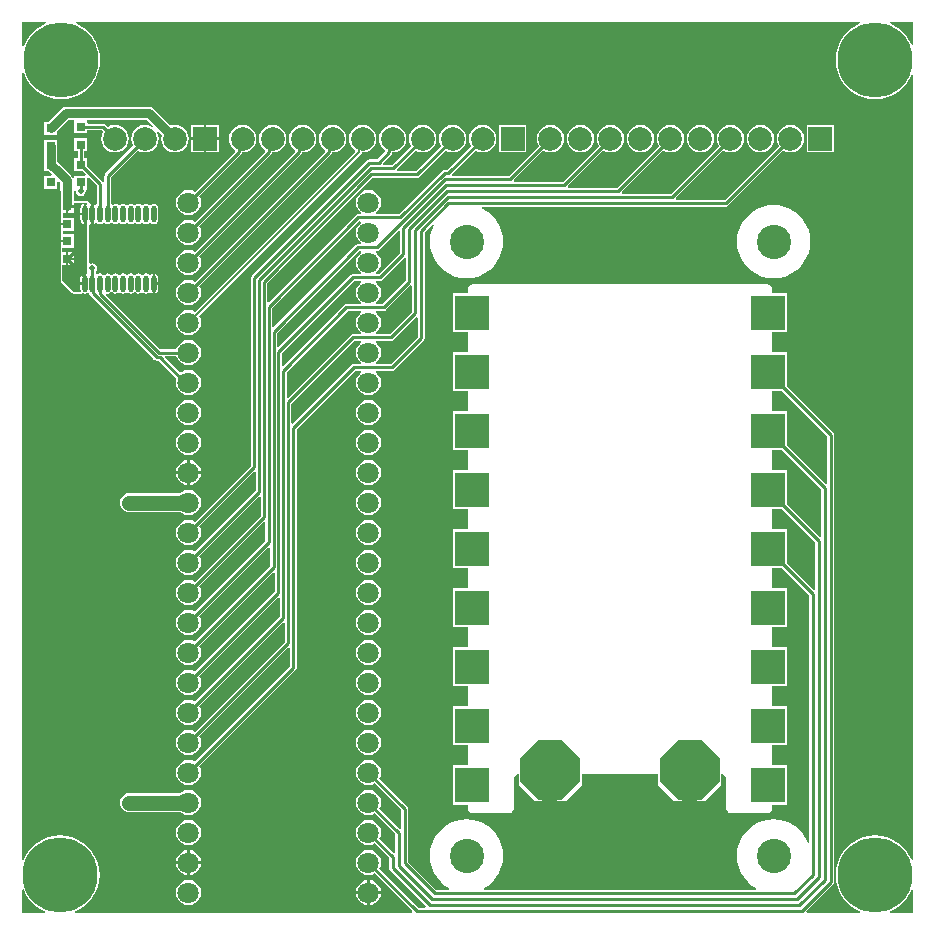
<source format=gtl>
G04*
G04 #@! TF.GenerationSoftware,Altium Limited,Altium Designer,20.1.11 (218)*
G04*
G04 Layer_Physical_Order=1*
G04 Layer_Color=7334*
%FSAX24Y24*%
%MOIN*%
G70*
G04*
G04 #@! TF.SameCoordinates,8D6CE9FB-AABF-4BDC-A6A6-A5C6F517AC22*
G04*
G04*
G04 #@! TF.FilePolarity,Positive*
G04*
G01*
G75*
%ADD10C,0.0100*%
%ADD16C,0.0472*%
%ADD17R,0.0315X0.0315*%
%ADD18O,0.0177X0.0551*%
%ADD30C,0.0500*%
%ADD31C,0.0080*%
%ADD32C,0.0300*%
%ADD33R,0.0787X0.0787*%
%ADD34C,0.0787*%
%ADD35C,0.0709*%
%ADD36R,0.1181X0.1181*%
%ADD37C,0.1142*%
%ADD38P,0.2131X8X292.5*%
%ADD39C,0.2500*%
%ADD40C,0.0500*%
%ADD41C,0.0200*%
G36*
X042297Y042297D02*
Y041534D01*
X042247Y041524D01*
X042204Y041629D01*
X042096Y041805D01*
X041962Y041962D01*
X041805Y042096D01*
X041629Y042203D01*
X041524Y042247D01*
X041534Y042297D01*
X042297D01*
D02*
G37*
G36*
X013385Y042297D02*
X013395Y042247D01*
X013290Y042204D01*
X013114Y042096D01*
X012957Y041962D01*
X012824Y041805D01*
X012716Y041629D01*
X012653Y041477D01*
X012603Y041487D01*
Y042297D01*
X013385D01*
D02*
G37*
G36*
X040531Y042297D02*
X040541Y042247D01*
X040436Y042203D01*
X040260Y042096D01*
X040104Y041962D01*
X039970Y041805D01*
X039862Y041629D01*
X039783Y041439D01*
X039735Y041238D01*
X039719Y041033D01*
X039735Y040827D01*
X039783Y040627D01*
X039862Y040436D01*
X039970Y040260D01*
X040104Y040103D01*
X040260Y039970D01*
X040436Y039862D01*
X040627Y039783D01*
X040827Y039735D01*
X041033Y039719D01*
X041238Y039735D01*
X041439Y039783D01*
X041629Y039862D01*
X041805Y039970D01*
X041962Y040103D01*
X042096Y040260D01*
X042204Y040436D01*
X042247Y040541D01*
X042297Y040531D01*
X042297Y014369D01*
X042247Y014359D01*
X042203Y014464D01*
X042096Y014640D01*
X041962Y014797D01*
X041805Y014930D01*
X041629Y015038D01*
X041439Y015117D01*
X041238Y015165D01*
X041033Y015181D01*
X040827Y015165D01*
X040627Y015117D01*
X040436Y015038D01*
X040260Y014930D01*
X040103Y014797D01*
X039970Y014640D01*
X039862Y014464D01*
X039783Y014273D01*
X039735Y014073D01*
X039719Y013867D01*
X039735Y013662D01*
X039783Y013461D01*
X039862Y013271D01*
X039970Y013095D01*
X040103Y012938D01*
X040260Y012804D01*
X040436Y012697D01*
X040541Y012653D01*
X040531Y012603D01*
X038758D01*
X038739Y012649D01*
X039629Y013539D01*
X039629Y013539D01*
X039654Y013576D01*
X039662Y013619D01*
X039662Y013619D01*
Y028537D01*
X039662Y028537D01*
X039654Y028580D01*
X039629Y028616D01*
X038101Y030145D01*
Y031287D01*
X037603D01*
Y031955D01*
X038101D01*
Y033256D01*
X037603D01*
Y033393D01*
X037592Y033451D01*
X037559Y033501D01*
X037509Y033534D01*
X037450Y033545D01*
X027608D01*
X027549Y033534D01*
X027500Y033501D01*
X027467Y033451D01*
X027455Y033393D01*
Y033256D01*
X026957D01*
Y031955D01*
X027455D01*
Y031287D01*
X026957D01*
Y029986D01*
X027455D01*
Y029319D01*
X026957D01*
Y028018D01*
X027455D01*
Y027350D01*
X026957D01*
Y026049D01*
X027455D01*
Y025382D01*
X026957D01*
Y024081D01*
X027455D01*
Y023413D01*
X026957D01*
Y022112D01*
X027455D01*
Y021445D01*
X026957D01*
Y020144D01*
X027455D01*
Y019476D01*
X026957D01*
Y018175D01*
X027455D01*
Y017508D01*
X026957D01*
Y016207D01*
X027455D01*
Y016070D01*
X027467Y016011D01*
X027500Y015962D01*
X027549Y015928D01*
X027608Y015917D01*
X028828D01*
X028887Y015928D01*
X028936Y015962D01*
X028970Y016011D01*
X028981Y016070D01*
Y017088D01*
X029109Y017216D01*
X029162D01*
Y016847D01*
X029684Y016325D01*
X030728D01*
X031251Y016847D01*
Y017216D01*
X033808D01*
Y016847D01*
X034330Y016325D01*
X035374D01*
X035896Y016847D01*
Y017216D01*
X035970D01*
X036077Y017109D01*
Y016070D01*
X036089Y016011D01*
X036122Y015962D01*
X036171Y015928D01*
X036230Y015917D01*
X037450D01*
X037509Y015928D01*
X037559Y015962D01*
X037592Y016011D01*
X037603Y016070D01*
Y016207D01*
X038101D01*
Y017508D01*
X037603D01*
Y018175D01*
X038101D01*
Y019476D01*
X037603D01*
Y020144D01*
X038101D01*
Y021445D01*
X037603D01*
Y022112D01*
X038101D01*
Y023413D01*
X037603D01*
Y024081D01*
X037942D01*
X038838Y023185D01*
Y014946D01*
X038788Y014936D01*
X038740Y015052D01*
X038639Y015216D01*
X038514Y015362D01*
X038368Y015487D01*
X038204Y015588D01*
X038026Y015661D01*
X037839Y015706D01*
X037647Y015721D01*
X037455Y015706D01*
X037268Y015661D01*
X037090Y015588D01*
X036926Y015487D01*
X036780Y015362D01*
X036655Y015216D01*
X036555Y015052D01*
X036481Y014874D01*
X036436Y014687D01*
X036421Y014495D01*
X036436Y014303D01*
X036481Y014116D01*
X036555Y013938D01*
X036655Y013774D01*
X036780Y013628D01*
X036926Y013503D01*
X037074Y013412D01*
X037060Y013362D01*
X027998D01*
X027984Y013412D01*
X028132Y013503D01*
X028278Y013628D01*
X028403Y013774D01*
X028504Y013938D01*
X028577Y014116D01*
X028622Y014303D01*
X028637Y014495D01*
X028622Y014687D01*
X028577Y014874D01*
X028504Y015052D01*
X028403Y015216D01*
X028278Y015362D01*
X028132Y015487D01*
X027968Y015588D01*
X027790Y015661D01*
X027603Y015706D01*
X027411Y015721D01*
X027219Y015706D01*
X027032Y015661D01*
X026854Y015588D01*
X026690Y015487D01*
X026544Y015362D01*
X026419Y015216D01*
X026318Y015052D01*
X026245Y014874D01*
X026200Y014687D01*
X026185Y014495D01*
X026200Y014303D01*
X026245Y014116D01*
X026318Y013938D01*
X026419Y013774D01*
X026544Y013628D01*
X026690Y013503D01*
X026838Y013412D01*
X026824Y013362D01*
X026396D01*
X025456Y014302D01*
Y016072D01*
X025456Y016072D01*
X025448Y016115D01*
X025423Y016151D01*
X025423Y016151D01*
X024506Y017068D01*
X024547Y017165D01*
X024561Y017273D01*
X024547Y017381D01*
X024505Y017482D01*
X024438Y017568D01*
X024352Y017635D01*
X024251Y017677D01*
X024143Y017691D01*
X024035Y017677D01*
X023934Y017635D01*
X023847Y017568D01*
X023781Y017482D01*
X023739Y017381D01*
X023725Y017273D01*
X023739Y017165D01*
X023781Y017064D01*
X023847Y016977D01*
X023934Y016911D01*
X024035Y016869D01*
X024143Y016855D01*
X024251Y016869D01*
X024348Y016909D01*
X025232Y016025D01*
Y015413D01*
X025182Y015392D01*
X024506Y016068D01*
X024547Y016165D01*
X024561Y016273D01*
X024547Y016381D01*
X024505Y016482D01*
X024438Y016568D01*
X024352Y016635D01*
X024251Y016676D01*
X024143Y016691D01*
X024035Y016676D01*
X023934Y016635D01*
X023847Y016568D01*
X023781Y016482D01*
X023739Y016381D01*
X023725Y016273D01*
X023739Y016165D01*
X023781Y016064D01*
X023847Y015977D01*
X023934Y015911D01*
X024035Y015869D01*
X024143Y015855D01*
X024251Y015869D01*
X024348Y015909D01*
X025032Y015225D01*
Y014613D01*
X024982Y014592D01*
X024506Y015068D01*
X024547Y015165D01*
X024561Y015273D01*
X024547Y015381D01*
X024505Y015482D01*
X024438Y015568D01*
X024352Y015635D01*
X024251Y015676D01*
X024143Y015691D01*
X024035Y015676D01*
X023934Y015635D01*
X023847Y015568D01*
X023781Y015482D01*
X023739Y015381D01*
X023725Y015273D01*
X023739Y015165D01*
X023781Y015064D01*
X023847Y014977D01*
X023934Y014911D01*
X024035Y014869D01*
X024143Y014855D01*
X024251Y014869D01*
X024348Y014909D01*
X024832Y014425D01*
Y014090D01*
X024832Y014090D01*
X024840Y014047D01*
X024865Y014011D01*
X026064Y012812D01*
X026043Y012762D01*
X025812D01*
X024506Y014068D01*
X024547Y014165D01*
X024561Y014273D01*
X024547Y014381D01*
X024505Y014482D01*
X024438Y014568D01*
X024352Y014635D01*
X024251Y014677D01*
X024143Y014691D01*
X024035Y014677D01*
X023934Y014635D01*
X023847Y014568D01*
X023781Y014482D01*
X023739Y014381D01*
X023725Y014273D01*
X023739Y014165D01*
X023781Y014064D01*
X023847Y013977D01*
X023934Y013911D01*
X024035Y013869D01*
X024143Y013855D01*
X024251Y013869D01*
X024348Y013909D01*
X025608Y012649D01*
X025589Y012603D01*
X014369Y012603D01*
X014359Y012653D01*
X014464Y012697D01*
X014640Y012804D01*
X014797Y012938D01*
X014930Y013095D01*
X015038Y013271D01*
X015117Y013461D01*
X015165Y013662D01*
X015181Y013867D01*
X015165Y014073D01*
X015117Y014273D01*
X015038Y014464D01*
X014930Y014640D01*
X014797Y014797D01*
X014640Y014930D01*
X014464Y015038D01*
X014273Y015117D01*
X014073Y015165D01*
X013867Y015181D01*
X013662Y015165D01*
X013461Y015117D01*
X013271Y015038D01*
X013095Y014930D01*
X012938Y014797D01*
X012804Y014640D01*
X012697Y014464D01*
X012653Y014359D01*
X012603Y014369D01*
X012603Y040578D01*
X012653Y040588D01*
X012716Y040436D01*
X012824Y040260D01*
X012957Y040104D01*
X013114Y039970D01*
X013290Y039862D01*
X013481Y039783D01*
X013681Y039735D01*
X013887Y039719D01*
X014092Y039735D01*
X014293Y039783D01*
X014483Y039862D01*
X014659Y039970D01*
X014816Y040104D01*
X014950Y040260D01*
X015057Y040436D01*
X015136Y040627D01*
X015184Y040827D01*
X015201Y041033D01*
X015184Y041238D01*
X015136Y041439D01*
X015057Y041629D01*
X014950Y041805D01*
X014816Y041962D01*
X014659Y042096D01*
X014483Y042204D01*
X014378Y042247D01*
X014388Y042297D01*
X040531Y042297D01*
D02*
G37*
G36*
X039438Y028491D02*
Y026910D01*
X039388Y026889D01*
X038101Y028176D01*
Y029319D01*
X037603D01*
Y029986D01*
X037942D01*
X039438Y028491D01*
D02*
G37*
G36*
X039238Y026722D02*
Y025141D01*
X039188Y025121D01*
X038101Y026208D01*
Y027350D01*
X037603D01*
Y028018D01*
X037942D01*
X039238Y026722D01*
D02*
G37*
G36*
X039038Y024954D02*
Y023373D01*
X038988Y023352D01*
X038101Y024239D01*
Y025382D01*
X037603D01*
Y026049D01*
X037942D01*
X039038Y024954D01*
D02*
G37*
G36*
X012697Y013271D02*
X012804Y013095D01*
X012938Y012938D01*
X013095Y012804D01*
X013271Y012697D01*
X013376Y012653D01*
X013366Y012603D01*
X012603D01*
Y013366D01*
X012653Y013376D01*
X012697Y013271D01*
D02*
G37*
G36*
X042297Y013366D02*
Y012603D01*
X041534D01*
X041524Y012653D01*
X041629Y012697D01*
X041805Y012804D01*
X041962Y012938D01*
X042096Y013095D01*
X042203Y013271D01*
X042247Y013376D01*
X042297Y013366D01*
D02*
G37*
%LPC*%
G36*
X016841Y039464D02*
X014059D01*
X013978Y039448D01*
X013908Y039401D01*
X013465Y038958D01*
X013333D01*
Y038523D01*
X013767D01*
Y038655D01*
X014148Y039036D01*
X014300D01*
X014340Y039012D01*
X014340Y038986D01*
Y038577D01*
X014775D01*
Y038683D01*
X015250D01*
X015298Y038635D01*
X015294Y038630D01*
X015248Y038519D01*
X015233Y038401D01*
X015248Y038283D01*
X015294Y038172D01*
X015367Y038077D01*
X015461Y038005D01*
X015572Y037959D01*
X015690Y037943D01*
X015809Y037959D01*
X015919Y038005D01*
X016014Y038077D01*
X016086Y038172D01*
X016132Y038283D01*
X016148Y038401D01*
X016132Y038519D01*
X016086Y038630D01*
X016014Y038725D01*
X015919Y038797D01*
X015809Y038843D01*
X015690Y038859D01*
X015572Y038843D01*
X015461Y038797D01*
X015456Y038793D01*
X015376Y038874D01*
X015339Y038898D01*
X015296Y038907D01*
X015296Y038907D01*
X014810D01*
X014775Y038942D01*
X014775Y039012D01*
X014815Y039036D01*
X016752D01*
X016958Y038830D01*
X016925Y038793D01*
X016919Y038797D01*
X016809Y038843D01*
X016690Y038859D01*
X016572Y038843D01*
X016461Y038797D01*
X016367Y038725D01*
X016294Y038630D01*
X016248Y038519D01*
X016233Y038401D01*
X016248Y038283D01*
X016294Y038172D01*
X016298Y038167D01*
X015373Y037242D01*
X015348Y037206D01*
X015340Y037163D01*
X015340Y037163D01*
Y036969D01*
X015290Y036954D01*
X015275Y036976D01*
X015275Y036976D01*
X014775Y037476D01*
Y037752D01*
X014670D01*
Y037987D01*
X014775D01*
Y038422D01*
X014340D01*
Y037987D01*
X014445D01*
Y037752D01*
X014340D01*
Y037317D01*
X014616D01*
X014726Y037208D01*
X014707Y037162D01*
X014340D01*
Y037093D01*
X014290Y037089D01*
X014288Y037098D01*
X014242Y037167D01*
X013946Y037463D01*
X013927Y037476D01*
X013767Y037635D01*
Y037752D01*
X013764D01*
Y037933D01*
X013767D01*
Y038367D01*
X013333D01*
Y037933D01*
X013336D01*
Y037752D01*
X013333D01*
Y037317D01*
X013480D01*
X013589Y037208D01*
X013570Y037162D01*
X013333D01*
Y036727D01*
X013767D01*
Y036971D01*
X013814Y036990D01*
X013876Y036927D01*
Y036700D01*
X013886Y036652D01*
Y036358D01*
X013883D01*
Y035931D01*
X013879Y035923D01*
X013879Y035768D01*
X013879Y035768D01*
X013879Y035767D01*
X013883Y035759D01*
Y035590D01*
X014100D01*
Y035510D01*
X013883D01*
Y035342D01*
X013879Y035333D01*
X013879Y035208D01*
X013879Y035208D01*
X013879Y035208D01*
X013883Y035199D01*
Y035031D01*
X014100D01*
Y034951D01*
X013883D01*
Y034783D01*
X013878Y034773D01*
X013878Y034618D01*
X013878Y034618D01*
X013878Y034617D01*
X013883Y034607D01*
Y034194D01*
X013878Y034183D01*
X013878Y033671D01*
X013878Y033671D01*
X013878Y033671D01*
X013887Y033648D01*
X013897Y033625D01*
X013897Y033625D01*
X013897Y033625D01*
X014271Y033251D01*
X014317Y033232D01*
X014565Y033232D01*
X014582Y033239D01*
X014601Y033243D01*
X014604Y033248D01*
X014611Y033251D01*
X014616Y033252D01*
X014626Y033245D01*
X014684Y033234D01*
X014742Y033245D01*
X014779Y033269D01*
X014790Y033271D01*
X014816Y033264D01*
X014834Y033252D01*
X014843Y033211D01*
X014867Y033174D01*
X017008Y031034D01*
X017044Y031009D01*
X017087Y031001D01*
X017087Y031001D01*
X017141D01*
X017746Y030396D01*
X017739Y030381D01*
X017725Y030273D01*
X017739Y030165D01*
X017781Y030064D01*
X017847Y029977D01*
X017934Y029911D01*
X018035Y029869D01*
X018143Y029855D01*
X018251Y029869D01*
X018352Y029911D01*
X018438Y029977D01*
X018505Y030064D01*
X018547Y030165D01*
X018561Y030273D01*
X018547Y030381D01*
X018505Y030482D01*
X018438Y030568D01*
X018352Y030635D01*
X018251Y030677D01*
X018143Y030691D01*
X018035Y030677D01*
X017934Y030635D01*
X017872Y030587D01*
X017344Y031114D01*
X017364Y031161D01*
X017741D01*
X017781Y031064D01*
X017847Y030977D01*
X017934Y030911D01*
X018035Y030869D01*
X018143Y030855D01*
X018251Y030869D01*
X018352Y030911D01*
X018438Y030977D01*
X018505Y031064D01*
X018547Y031165D01*
X018561Y031273D01*
X018547Y031381D01*
X018505Y031482D01*
X018438Y031568D01*
X018352Y031635D01*
X018251Y031677D01*
X018143Y031691D01*
X018035Y031677D01*
X017934Y031635D01*
X017847Y031568D01*
X017781Y031482D01*
X017741Y031385D01*
X017200D01*
X015390Y033195D01*
X015415Y033241D01*
X015452Y033234D01*
X015510Y033245D01*
X015559Y033278D01*
X015601D01*
X015650Y033245D01*
X015708Y033234D01*
X015766Y033245D01*
X015802Y033269D01*
X015836Y033275D01*
X015869Y033269D01*
X015906Y033245D01*
X015964Y033234D01*
X016022Y033245D01*
X016058Y033269D01*
X016092Y033275D01*
X016125Y033269D01*
X016162Y033245D01*
X016220Y033234D01*
X016278Y033245D01*
X016327Y033278D01*
X016368D01*
X016418Y033245D01*
X016476Y033234D01*
X016534Y033245D01*
X016570Y033269D01*
X016604Y033275D01*
X016637Y033269D01*
X016674Y033245D01*
X016731Y033234D01*
X016789Y033245D01*
X016826Y033269D01*
X016859Y033275D01*
X016893Y033269D01*
X016929Y033245D01*
X016947Y033242D01*
Y033572D01*
X016987D01*
D01*
X016947D01*
Y033903D01*
X016929Y033899D01*
X016893Y033875D01*
X016859Y033869D01*
X016826Y033875D01*
X016789Y033899D01*
X016731Y033911D01*
X016674Y033899D01*
X016624Y033866D01*
X016583D01*
X016534Y033899D01*
X016476Y033911D01*
X016418Y033899D01*
X016368Y033866D01*
X016327D01*
X016278Y033899D01*
X016220Y033911D01*
X016162Y033899D01*
X016125Y033875D01*
X016092Y033869D01*
X016058Y033875D01*
X016022Y033899D01*
X015964Y033911D01*
X015906Y033899D01*
X015857Y033866D01*
X015815D01*
X015766Y033899D01*
X015708Y033911D01*
X015650Y033899D01*
X015601Y033866D01*
X015559D01*
X015510Y033899D01*
X015452Y033911D01*
X015394Y033899D01*
X015345Y033866D01*
X015303D01*
X015254Y033899D01*
X015196Y033911D01*
X015138Y033899D01*
X015101Y033874D01*
X015061Y033888D01*
X015051Y033896D01*
Y033960D01*
X015054Y033962D01*
X015089Y034015D01*
X015102Y034078D01*
X015089Y034140D01*
X015054Y034193D01*
X015001Y034228D01*
X014938Y034241D01*
X014884Y034230D01*
X014834Y034252D01*
X014834Y035540D01*
X014882Y035568D01*
X014884Y035568D01*
X014900Y035564D01*
Y035895D01*
Y036225D01*
X014884Y036222D01*
X014882Y036222D01*
X014834Y036249D01*
Y036250D01*
X014814Y036296D01*
X014769Y036315D01*
X014317Y036315D01*
Y036358D01*
X014314D01*
Y036646D01*
X014358Y036686D01*
X014393Y036650D01*
X014405Y036588D01*
X014440Y036535D01*
X014493Y036499D01*
X014556Y036487D01*
X014618Y036499D01*
X014671Y036535D01*
X014707Y036588D01*
X014719Y036650D01*
X014714Y036677D01*
X014752Y036727D01*
X014775D01*
Y037093D01*
X014821Y037113D01*
X015084Y036850D01*
Y036220D01*
X015078Y036215D01*
X015034Y036198D01*
X014998Y036222D01*
X014980Y036225D01*
Y035895D01*
Y035564D01*
X014998Y035568D01*
X015047Y035601D01*
X015089D01*
X015138Y035568D01*
X015196Y035556D01*
X015254Y035568D01*
X015303Y035601D01*
X015345D01*
X015394Y035568D01*
X015452Y035556D01*
X015510Y035568D01*
X015559Y035601D01*
X015601D01*
X015650Y035568D01*
X015708Y035556D01*
X015766Y035568D01*
X015815Y035601D01*
X015857D01*
X015906Y035568D01*
X015964Y035556D01*
X016022Y035568D01*
X016071Y035601D01*
X016113D01*
X016162Y035568D01*
X016220Y035556D01*
X016278Y035568D01*
X016327Y035601D01*
X016368D01*
X016418Y035568D01*
X016476Y035556D01*
X016534Y035568D01*
X016583Y035601D01*
X016624D01*
X016674Y035568D01*
X016731Y035556D01*
X016789Y035568D01*
X016826Y035592D01*
X016859Y035597D01*
X016893Y035592D01*
X016929Y035568D01*
X016987Y035556D01*
X017045Y035568D01*
X017095Y035601D01*
X017127Y035650D01*
X017139Y035708D01*
Y036082D01*
X017127Y036140D01*
X017095Y036189D01*
X017045Y036222D01*
X016987Y036233D01*
X016929Y036222D01*
X016893Y036198D01*
X016859Y036192D01*
X016826Y036198D01*
X016789Y036222D01*
X016731Y036233D01*
X016674Y036222D01*
X016624Y036189D01*
X016583D01*
X016534Y036222D01*
X016476Y036233D01*
X016418Y036222D01*
X016368Y036189D01*
X016327D01*
X016278Y036222D01*
X016220Y036233D01*
X016162Y036222D01*
X016113Y036189D01*
X016071D01*
X016022Y036222D01*
X015964Y036233D01*
X015906Y036222D01*
X015857Y036189D01*
X015815D01*
X015766Y036222D01*
X015708Y036233D01*
X015650Y036222D01*
X015614Y036198D01*
X015570Y036215D01*
X015564Y036220D01*
Y037116D01*
X016456Y038009D01*
X016461Y038005D01*
X016572Y037959D01*
X016690Y037943D01*
X016809Y037959D01*
X016919Y038005D01*
X017014Y038077D01*
X017086Y038172D01*
X017132Y038283D01*
X017148Y038401D01*
X017132Y038519D01*
X017086Y038630D01*
X017082Y038636D01*
X017120Y038669D01*
X017254Y038534D01*
X017248Y038519D01*
X017233Y038401D01*
X017248Y038283D01*
X017294Y038172D01*
X017367Y038077D01*
X017461Y038005D01*
X017572Y037959D01*
X017690Y037943D01*
X017809Y037959D01*
X017919Y038005D01*
X018014Y038077D01*
X018086Y038172D01*
X018132Y038283D01*
X018148Y038401D01*
X018132Y038519D01*
X018086Y038630D01*
X018014Y038725D01*
X017919Y038797D01*
X017809Y038843D01*
X017690Y038859D01*
X017572Y038843D01*
X017557Y038837D01*
X016993Y039401D01*
X016923Y039448D01*
X016841Y039464D01*
D02*
G37*
G36*
X019144Y038855D02*
X018730D01*
Y038441D01*
X019144D01*
Y038855D01*
D02*
G37*
G36*
X018650D02*
X018236D01*
Y038441D01*
X018650D01*
Y038855D01*
D02*
G37*
G36*
X039664Y038855D02*
X038756D01*
Y037947D01*
X039664D01*
Y038855D01*
D02*
G37*
G36*
X029404D02*
X028496D01*
Y037947D01*
X029404D01*
Y038855D01*
D02*
G37*
G36*
X019144Y038361D02*
X018730D01*
Y037947D01*
X019144D01*
Y038361D01*
D02*
G37*
G36*
X018650D02*
X018236D01*
Y037947D01*
X018650D01*
Y038361D01*
D02*
G37*
G36*
X033210Y038859D02*
X033091Y038843D01*
X032981Y038797D01*
X032886Y038725D01*
X032814Y038630D01*
X032768Y038519D01*
X032752Y038401D01*
X032768Y038283D01*
X032814Y038172D01*
X032886Y038077D01*
X032981Y038005D01*
X033091Y037959D01*
X033210Y037943D01*
X033328Y037959D01*
X033439Y038005D01*
X033533Y038077D01*
X033606Y038172D01*
X033652Y038283D01*
X033667Y038401D01*
X033652Y038519D01*
X033606Y038630D01*
X033533Y038725D01*
X033439Y038797D01*
X033328Y038843D01*
X033210Y038859D01*
D02*
G37*
G36*
X022950D02*
X022832Y038843D01*
X022721Y038797D01*
X022626Y038725D01*
X022554Y038630D01*
X022508Y038519D01*
X022492Y038401D01*
X022508Y038283D01*
X022554Y038172D01*
X022626Y038077D01*
X022678Y038038D01*
X022683Y037971D01*
X018348Y033636D01*
X018251Y033677D01*
X018143Y033691D01*
X018035Y033677D01*
X017934Y033635D01*
X017847Y033568D01*
X017781Y033482D01*
X017739Y033381D01*
X017725Y033273D01*
X017739Y033165D01*
X017781Y033064D01*
X017847Y032977D01*
X017934Y032911D01*
X018035Y032869D01*
X018143Y032855D01*
X018251Y032869D01*
X018352Y032911D01*
X018438Y032977D01*
X018505Y033064D01*
X018547Y033165D01*
X018561Y033273D01*
X018547Y033381D01*
X018506Y033478D01*
X022905Y037877D01*
X022905Y037877D01*
X022930Y037913D01*
X022936Y037945D01*
X022950Y037943D01*
X023068Y037959D01*
X023179Y038005D01*
X023274Y038077D01*
X023346Y038172D01*
X023392Y038283D01*
X023408Y038401D01*
X023392Y038519D01*
X023346Y038630D01*
X023274Y038725D01*
X023179Y038797D01*
X023068Y038843D01*
X022950Y038859D01*
D02*
G37*
G36*
X037210Y038859D02*
X037091Y038843D01*
X036981Y038797D01*
X036886Y038725D01*
X036814Y038630D01*
X036768Y038519D01*
X036752Y038401D01*
X036768Y038283D01*
X036814Y038172D01*
X036886Y038077D01*
X036981Y038005D01*
X037091Y037959D01*
X037210Y037943D01*
X037328Y037959D01*
X037439Y038005D01*
X037533Y038077D01*
X037606Y038172D01*
X037652Y038283D01*
X037667Y038401D01*
X037652Y038519D01*
X037606Y038630D01*
X037533Y038725D01*
X037439Y038797D01*
X037328Y038843D01*
X037210Y038859D01*
D02*
G37*
G36*
X035210D02*
X035091Y038843D01*
X034981Y038797D01*
X034886Y038725D01*
X034814Y038630D01*
X034768Y038519D01*
X034752Y038401D01*
X034768Y038283D01*
X034814Y038172D01*
X034886Y038077D01*
X034981Y038005D01*
X035091Y037959D01*
X035210Y037943D01*
X035328Y037959D01*
X035439Y038005D01*
X035533Y038077D01*
X035606Y038172D01*
X035652Y038283D01*
X035667Y038401D01*
X035652Y038519D01*
X035606Y038630D01*
X035533Y038725D01*
X035439Y038797D01*
X035328Y038843D01*
X035210Y038859D01*
D02*
G37*
G36*
X036210Y038859D02*
X036091Y038843D01*
X035981Y038797D01*
X035886Y038725D01*
X035814Y038630D01*
X035768Y038519D01*
X035752Y038401D01*
X035768Y038283D01*
X035814Y038172D01*
X035817Y038167D01*
X034212Y036562D01*
X032600D01*
X032580Y036612D01*
X033976Y038009D01*
X033981Y038005D01*
X034091Y037959D01*
X034210Y037943D01*
X034328Y037959D01*
X034439Y038005D01*
X034533Y038077D01*
X034606Y038172D01*
X034652Y038283D01*
X034667Y038401D01*
X034652Y038519D01*
X034606Y038630D01*
X034533Y038725D01*
X034439Y038797D01*
X034328Y038843D01*
X034210Y038859D01*
X034091Y038843D01*
X033981Y038797D01*
X033886Y038725D01*
X033814Y038630D01*
X033768Y038519D01*
X033752Y038401D01*
X033768Y038283D01*
X033814Y038172D01*
X033817Y038167D01*
X032412Y036762D01*
X030800D01*
X030780Y036812D01*
X031976Y038009D01*
X031981Y038005D01*
X032091Y037959D01*
X032210Y037943D01*
X032328Y037959D01*
X032439Y038005D01*
X032533Y038077D01*
X032606Y038172D01*
X032652Y038283D01*
X032667Y038401D01*
X032652Y038519D01*
X032606Y038630D01*
X032533Y038725D01*
X032439Y038797D01*
X032328Y038843D01*
X032210Y038859D01*
X032091Y038843D01*
X031981Y038797D01*
X031886Y038725D01*
X031814Y038630D01*
X031768Y038519D01*
X031752Y038401D01*
X031768Y038283D01*
X031814Y038172D01*
X031817Y038167D01*
X030612Y036962D01*
X029000D01*
X028980Y037012D01*
X029976Y038009D01*
X029981Y038005D01*
X030091Y037959D01*
X030210Y037943D01*
X030328Y037959D01*
X030439Y038005D01*
X030533Y038077D01*
X030606Y038172D01*
X030652Y038283D01*
X030667Y038401D01*
X030652Y038519D01*
X030606Y038630D01*
X030533Y038725D01*
X030439Y038797D01*
X030328Y038843D01*
X030210Y038859D01*
X030091Y038843D01*
X029981Y038797D01*
X029886Y038725D01*
X029814Y038630D01*
X029768Y038519D01*
X029752Y038401D01*
X029768Y038283D01*
X029814Y038172D01*
X029817Y038167D01*
X028812Y037162D01*
X026940D01*
X026920Y037212D01*
X027716Y038009D01*
X027721Y038005D01*
X027832Y037959D01*
X027950Y037943D01*
X028068Y037959D01*
X028179Y038005D01*
X028274Y038077D01*
X028346Y038172D01*
X028392Y038283D01*
X028408Y038401D01*
X028392Y038519D01*
X028346Y038630D01*
X028274Y038725D01*
X028179Y038797D01*
X028068Y038843D01*
X027950Y038859D01*
X027832Y038843D01*
X027721Y038797D01*
X027626Y038725D01*
X027554Y038630D01*
X027508Y038519D01*
X027492Y038401D01*
X027508Y038283D01*
X027554Y038172D01*
X027558Y038167D01*
X026753Y037362D01*
X026679D01*
X026679Y037362D01*
X026636Y037354D01*
X026600Y037329D01*
X025157Y035887D01*
X024403D01*
X024386Y035937D01*
X024438Y035977D01*
X024505Y036064D01*
X024547Y036165D01*
X024561Y036273D01*
X024547Y036381D01*
X024505Y036482D01*
X024438Y036568D01*
X024352Y036635D01*
X024251Y036677D01*
X024143Y036691D01*
X024035Y036677D01*
X023934Y036635D01*
X023847Y036568D01*
X023781Y036482D01*
X023739Y036381D01*
X023725Y036273D01*
X023739Y036165D01*
X023781Y036064D01*
X023847Y035977D01*
X023900Y035937D01*
X023883Y035887D01*
X023809D01*
X023809Y035887D01*
X023766Y035879D01*
X023729Y035854D01*
X023729Y035854D01*
X020817Y032942D01*
X020771Y032961D01*
Y033585D01*
X024284Y037098D01*
X025759D01*
X025759Y037098D01*
X025802Y037106D01*
X025838Y037131D01*
X026716Y038009D01*
X026721Y038005D01*
X026832Y037959D01*
X026950Y037943D01*
X027068Y037959D01*
X027179Y038005D01*
X027274Y038077D01*
X027346Y038172D01*
X027392Y038283D01*
X027408Y038401D01*
X027392Y038519D01*
X027346Y038630D01*
X027274Y038725D01*
X027179Y038797D01*
X027068Y038843D01*
X026950Y038859D01*
X026832Y038843D01*
X026721Y038797D01*
X026626Y038725D01*
X026554Y038630D01*
X026508Y038519D01*
X026492Y038401D01*
X026508Y038283D01*
X026554Y038172D01*
X026558Y038167D01*
X025713Y037322D01*
X025100D01*
X025080Y037372D01*
X025716Y038009D01*
X025721Y038005D01*
X025832Y037959D01*
X025950Y037943D01*
X026068Y037959D01*
X026179Y038005D01*
X026274Y038077D01*
X026346Y038172D01*
X026392Y038283D01*
X026408Y038401D01*
X026392Y038519D01*
X026346Y038630D01*
X026274Y038725D01*
X026179Y038797D01*
X026068Y038843D01*
X025950Y038859D01*
X025832Y038843D01*
X025721Y038797D01*
X025626Y038725D01*
X025554Y038630D01*
X025508Y038519D01*
X025492Y038401D01*
X025508Y038283D01*
X025554Y038172D01*
X025558Y038167D01*
X024913Y037522D01*
X024631D01*
X024612Y037568D01*
X024905Y037862D01*
X024905Y037862D01*
X024930Y037899D01*
X024938Y037941D01*
X024942Y037944D01*
X024950Y037943D01*
X025068Y037959D01*
X025179Y038005D01*
X025274Y038077D01*
X025346Y038172D01*
X025392Y038283D01*
X025408Y038401D01*
X025392Y038519D01*
X025346Y038630D01*
X025274Y038725D01*
X025179Y038797D01*
X025068Y038843D01*
X024950Y038859D01*
X024832Y038843D01*
X024721Y038797D01*
X024626Y038725D01*
X024554Y038630D01*
X024508Y038519D01*
X024492Y038401D01*
X024508Y038283D01*
X024554Y038172D01*
X024626Y038077D01*
X024691Y038028D01*
X024694Y037968D01*
X024438Y037712D01*
X024175D01*
X024132Y037704D01*
X024095Y037679D01*
X024095Y037679D01*
X020245Y033829D01*
X020221Y033793D01*
X020213Y033750D01*
X020213Y033750D01*
Y027501D01*
X018348Y025636D01*
X018251Y025677D01*
X018143Y025691D01*
X018035Y025677D01*
X017934Y025635D01*
X017847Y025568D01*
X017781Y025482D01*
X017739Y025381D01*
X017725Y025273D01*
X017739Y025165D01*
X017781Y025064D01*
X017847Y024977D01*
X017934Y024911D01*
X018035Y024869D01*
X018143Y024855D01*
X018251Y024869D01*
X018352Y024911D01*
X018438Y024977D01*
X018505Y025064D01*
X018547Y025165D01*
X018561Y025273D01*
X018547Y025381D01*
X018506Y025478D01*
X020340Y027311D01*
X020386Y027292D01*
Y026675D01*
X018348Y024636D01*
X018251Y024677D01*
X018143Y024691D01*
X018035Y024677D01*
X017934Y024635D01*
X017847Y024568D01*
X017781Y024482D01*
X017739Y024381D01*
X017725Y024273D01*
X017739Y024165D01*
X017781Y024064D01*
X017847Y023977D01*
X017934Y023911D01*
X018035Y023869D01*
X018143Y023855D01*
X018251Y023869D01*
X018352Y023911D01*
X018438Y023977D01*
X018505Y024064D01*
X018547Y024165D01*
X018561Y024273D01*
X018547Y024381D01*
X018506Y024478D01*
X020500Y026471D01*
X020546Y026452D01*
Y025835D01*
X018348Y023636D01*
X018251Y023677D01*
X018143Y023691D01*
X018035Y023677D01*
X017934Y023635D01*
X017847Y023568D01*
X017781Y023482D01*
X017739Y023381D01*
X017725Y023273D01*
X017739Y023165D01*
X017781Y023064D01*
X017847Y022977D01*
X017934Y022911D01*
X018035Y022869D01*
X018143Y022855D01*
X018251Y022869D01*
X018352Y022911D01*
X018438Y022977D01*
X018505Y023064D01*
X018547Y023165D01*
X018561Y023273D01*
X018547Y023381D01*
X018506Y023478D01*
X020660Y025631D01*
X020706Y025612D01*
Y024995D01*
X018348Y022636D01*
X018251Y022677D01*
X018143Y022691D01*
X018035Y022677D01*
X017934Y022635D01*
X017847Y022568D01*
X017781Y022482D01*
X017739Y022381D01*
X017725Y022273D01*
X017739Y022165D01*
X017781Y022064D01*
X017847Y021977D01*
X017934Y021911D01*
X018035Y021869D01*
X018143Y021855D01*
X018251Y021869D01*
X018352Y021911D01*
X018438Y021977D01*
X018505Y022064D01*
X018547Y022165D01*
X018561Y022273D01*
X018547Y022381D01*
X018506Y022478D01*
X020820Y024791D01*
X020866Y024772D01*
Y024155D01*
X018348Y021636D01*
X018251Y021677D01*
X018143Y021691D01*
X018035Y021677D01*
X017934Y021635D01*
X017847Y021568D01*
X017781Y021482D01*
X017739Y021381D01*
X017725Y021273D01*
X017739Y021165D01*
X017781Y021064D01*
X017847Y020977D01*
X017934Y020911D01*
X018035Y020869D01*
X018143Y020855D01*
X018251Y020869D01*
X018352Y020911D01*
X018438Y020977D01*
X018505Y021064D01*
X018547Y021165D01*
X018561Y021273D01*
X018547Y021381D01*
X018506Y021478D01*
X020980Y023951D01*
X021026Y023932D01*
Y023315D01*
X018348Y020636D01*
X018251Y020677D01*
X018143Y020691D01*
X018035Y020677D01*
X017934Y020635D01*
X017847Y020568D01*
X017781Y020482D01*
X017739Y020381D01*
X017725Y020273D01*
X017739Y020165D01*
X017781Y020064D01*
X017847Y019977D01*
X017934Y019911D01*
X018035Y019869D01*
X018143Y019855D01*
X018251Y019869D01*
X018352Y019911D01*
X018438Y019977D01*
X018505Y020064D01*
X018547Y020165D01*
X018561Y020273D01*
X018547Y020381D01*
X018506Y020478D01*
X021140Y023111D01*
X021186Y023092D01*
Y022475D01*
X018348Y019636D01*
X018251Y019677D01*
X018143Y019691D01*
X018035Y019677D01*
X017934Y019635D01*
X017847Y019568D01*
X017781Y019482D01*
X017739Y019381D01*
X017725Y019273D01*
X017739Y019165D01*
X017781Y019064D01*
X017847Y018977D01*
X017934Y018911D01*
X018035Y018869D01*
X018143Y018855D01*
X018251Y018869D01*
X018352Y018911D01*
X018438Y018977D01*
X018505Y019064D01*
X018547Y019165D01*
X018561Y019273D01*
X018547Y019381D01*
X018506Y019478D01*
X021300Y022271D01*
X021346Y022252D01*
Y021635D01*
X018348Y018636D01*
X018251Y018677D01*
X018143Y018691D01*
X018035Y018677D01*
X017934Y018635D01*
X017847Y018568D01*
X017781Y018482D01*
X017739Y018381D01*
X017725Y018273D01*
X017739Y018165D01*
X017781Y018064D01*
X017847Y017977D01*
X017934Y017911D01*
X018035Y017869D01*
X018143Y017855D01*
X018251Y017869D01*
X018352Y017911D01*
X018438Y017977D01*
X018505Y018064D01*
X018547Y018165D01*
X018561Y018273D01*
X018547Y018381D01*
X018506Y018478D01*
X021475Y021446D01*
X021521Y021427D01*
Y020810D01*
X018348Y017636D01*
X018251Y017677D01*
X018143Y017691D01*
X018035Y017677D01*
X017934Y017635D01*
X017847Y017568D01*
X017781Y017482D01*
X017739Y017381D01*
X017725Y017273D01*
X017739Y017165D01*
X017781Y017064D01*
X017847Y016977D01*
X017934Y016911D01*
X018035Y016869D01*
X018143Y016855D01*
X018251Y016869D01*
X018352Y016911D01*
X018438Y016977D01*
X018505Y017064D01*
X018547Y017165D01*
X018561Y017273D01*
X018547Y017381D01*
X018506Y017478D01*
X021713Y020684D01*
X021737Y020720D01*
X021745Y020763D01*
X021745Y020763D01*
Y028712D01*
X023696Y030663D01*
X023888D01*
X023905Y030613D01*
X023847Y030568D01*
X023781Y030482D01*
X023739Y030381D01*
X023725Y030273D01*
X023739Y030165D01*
X023781Y030064D01*
X023847Y029977D01*
X023934Y029911D01*
X024035Y029869D01*
X024143Y029855D01*
X024251Y029869D01*
X024352Y029911D01*
X024438Y029977D01*
X024505Y030064D01*
X024547Y030165D01*
X024561Y030273D01*
X024547Y030381D01*
X024505Y030482D01*
X024438Y030568D01*
X024380Y030613D01*
X024397Y030663D01*
X024925D01*
X024925Y030663D01*
X024968Y030671D01*
X025004Y030696D01*
X025979Y031671D01*
X025979Y031671D01*
X026004Y031707D01*
X026012Y031750D01*
Y035293D01*
X026286Y035567D01*
X026326Y035536D01*
X026318Y035524D01*
X026245Y035346D01*
X026200Y035159D01*
X026185Y034967D01*
X026200Y034775D01*
X026245Y034588D01*
X026318Y034411D01*
X026419Y034246D01*
X026544Y034100D01*
X026690Y033975D01*
X026854Y033875D01*
X027032Y033801D01*
X027219Y033756D01*
X027411Y033741D01*
X027603Y033756D01*
X027790Y033801D01*
X027968Y033875D01*
X028132Y033975D01*
X028278Y034100D01*
X028403Y034246D01*
X028504Y034411D01*
X028577Y034588D01*
X028622Y034775D01*
X028637Y034967D01*
X028622Y035159D01*
X028577Y035346D01*
X028504Y035524D01*
X028403Y035688D01*
X028278Y035834D01*
X028132Y035959D01*
X027968Y036060D01*
X027901Y036088D01*
X027911Y036138D01*
X036059D01*
X036059Y036138D01*
X036102Y036146D01*
X036138Y036171D01*
X037976Y038009D01*
X037981Y038005D01*
X038091Y037959D01*
X038210Y037943D01*
X038328Y037959D01*
X038439Y038005D01*
X038533Y038077D01*
X038606Y038172D01*
X038652Y038283D01*
X038667Y038401D01*
X038652Y038519D01*
X038606Y038630D01*
X038533Y038725D01*
X038439Y038797D01*
X038328Y038843D01*
X038210Y038859D01*
X038091Y038843D01*
X037981Y038797D01*
X037886Y038725D01*
X037814Y038630D01*
X037768Y038519D01*
X037752Y038401D01*
X037768Y038283D01*
X037814Y038172D01*
X037817Y038167D01*
X036012Y036362D01*
X034400D01*
X034380Y036412D01*
X035976Y038009D01*
X035981Y038005D01*
X036091Y037959D01*
X036210Y037943D01*
X036328Y037959D01*
X036439Y038005D01*
X036533Y038077D01*
X036606Y038172D01*
X036652Y038283D01*
X036667Y038401D01*
X036652Y038519D01*
X036606Y038630D01*
X036533Y038725D01*
X036439Y038797D01*
X036328Y038843D01*
X036210Y038859D01*
D02*
G37*
G36*
X031210Y038859D02*
X031091Y038843D01*
X030981Y038797D01*
X030886Y038725D01*
X030814Y038630D01*
X030768Y038519D01*
X030752Y038401D01*
X030768Y038283D01*
X030814Y038172D01*
X030886Y038077D01*
X030981Y038005D01*
X031091Y037959D01*
X031210Y037943D01*
X031328Y037959D01*
X031439Y038005D01*
X031533Y038077D01*
X031606Y038172D01*
X031652Y038283D01*
X031667Y038401D01*
X031652Y038519D01*
X031606Y038630D01*
X031533Y038725D01*
X031439Y038797D01*
X031328Y038843D01*
X031210Y038859D01*
D02*
G37*
G36*
X023950D02*
X023832Y038843D01*
X023721Y038797D01*
X023626Y038725D01*
X023554Y038630D01*
X023508Y038519D01*
X023492Y038401D01*
X023508Y038283D01*
X023554Y038172D01*
X023626Y038077D01*
X023686Y038031D01*
X023691Y037965D01*
X018357Y032631D01*
X018352Y032635D01*
X018251Y032677D01*
X018143Y032691D01*
X018035Y032677D01*
X017934Y032635D01*
X017847Y032568D01*
X017781Y032482D01*
X017739Y032381D01*
X017725Y032273D01*
X017739Y032165D01*
X017781Y032064D01*
X017847Y031977D01*
X017934Y031911D01*
X018035Y031869D01*
X018143Y031855D01*
X018251Y031869D01*
X018352Y031911D01*
X018438Y031977D01*
X018505Y032064D01*
X018547Y032165D01*
X018561Y032273D01*
X018547Y032381D01*
X018505Y032482D01*
X018501Y032487D01*
X023899Y037885D01*
X023921Y037918D01*
X023927Y037946D01*
X023950Y037943D01*
X024068Y037959D01*
X024179Y038005D01*
X024274Y038077D01*
X024346Y038172D01*
X024392Y038283D01*
X024408Y038401D01*
X024392Y038519D01*
X024346Y038630D01*
X024274Y038725D01*
X024179Y038797D01*
X024068Y038843D01*
X023950Y038859D01*
D02*
G37*
G36*
X021950D02*
X021832Y038843D01*
X021721Y038797D01*
X021626Y038725D01*
X021554Y038630D01*
X021508Y038519D01*
X021492Y038401D01*
X021508Y038283D01*
X021554Y038172D01*
X021626Y038077D01*
X021678Y038038D01*
X021683Y037971D01*
X018348Y034636D01*
X018251Y034677D01*
X018143Y034691D01*
X018035Y034677D01*
X017934Y034635D01*
X017847Y034568D01*
X017781Y034482D01*
X017739Y034381D01*
X017725Y034273D01*
X017739Y034165D01*
X017781Y034064D01*
X017847Y033977D01*
X017934Y033911D01*
X018035Y033869D01*
X018143Y033855D01*
X018251Y033869D01*
X018352Y033911D01*
X018438Y033977D01*
X018505Y034064D01*
X018547Y034165D01*
X018561Y034273D01*
X018547Y034381D01*
X018506Y034478D01*
X021905Y037877D01*
X021905Y037877D01*
X021930Y037913D01*
X021936Y037945D01*
X021950Y037943D01*
X022068Y037959D01*
X022179Y038005D01*
X022274Y038077D01*
X022346Y038172D01*
X022392Y038283D01*
X022408Y038401D01*
X022392Y038519D01*
X022346Y038630D01*
X022274Y038725D01*
X022179Y038797D01*
X022068Y038843D01*
X021950Y038859D01*
D02*
G37*
G36*
X020950D02*
X020832Y038843D01*
X020721Y038797D01*
X020626Y038725D01*
X020554Y038630D01*
X020508Y038519D01*
X020492Y038401D01*
X020508Y038283D01*
X020554Y038172D01*
X020626Y038077D01*
X020678Y038038D01*
X020683Y037971D01*
X018348Y035636D01*
X018251Y035677D01*
X018143Y035691D01*
X018035Y035677D01*
X017934Y035635D01*
X017847Y035568D01*
X017781Y035482D01*
X017739Y035381D01*
X017725Y035273D01*
X017739Y035165D01*
X017781Y035064D01*
X017847Y034977D01*
X017934Y034911D01*
X018035Y034869D01*
X018143Y034855D01*
X018251Y034869D01*
X018352Y034911D01*
X018438Y034977D01*
X018505Y035064D01*
X018547Y035165D01*
X018561Y035273D01*
X018547Y035381D01*
X018506Y035478D01*
X020905Y037877D01*
X020905Y037877D01*
X020930Y037913D01*
X020936Y037945D01*
X020950Y037943D01*
X021068Y037959D01*
X021179Y038005D01*
X021274Y038077D01*
X021346Y038172D01*
X021392Y038283D01*
X021408Y038401D01*
X021392Y038519D01*
X021346Y038630D01*
X021274Y038725D01*
X021179Y038797D01*
X021068Y038843D01*
X020950Y038859D01*
D02*
G37*
G36*
X019950D02*
X019832Y038843D01*
X019721Y038797D01*
X019626Y038725D01*
X019554Y038630D01*
X019508Y038519D01*
X019492Y038401D01*
X019508Y038283D01*
X019554Y038172D01*
X019626Y038077D01*
X019678Y038038D01*
X019683Y037971D01*
X018348Y036636D01*
X018251Y036677D01*
X018143Y036691D01*
X018035Y036677D01*
X017934Y036635D01*
X017847Y036568D01*
X017781Y036482D01*
X017739Y036381D01*
X017725Y036273D01*
X017739Y036165D01*
X017781Y036064D01*
X017847Y035977D01*
X017934Y035911D01*
X018035Y035869D01*
X018143Y035855D01*
X018251Y035869D01*
X018352Y035911D01*
X018438Y035977D01*
X018505Y036064D01*
X018547Y036165D01*
X018561Y036273D01*
X018547Y036381D01*
X018506Y036478D01*
X019905Y037877D01*
X019905Y037877D01*
X019930Y037913D01*
X019936Y037945D01*
X019950Y037943D01*
X020068Y037959D01*
X020179Y038005D01*
X020274Y038077D01*
X020346Y038172D01*
X020392Y038283D01*
X020408Y038401D01*
X020392Y038519D01*
X020346Y038630D01*
X020274Y038725D01*
X020179Y038797D01*
X020068Y038843D01*
X019950Y038859D01*
D02*
G37*
G36*
X037647Y036194D02*
X037455Y036179D01*
X037268Y036134D01*
X037090Y036060D01*
X036926Y035959D01*
X036780Y035834D01*
X036655Y035688D01*
X036555Y035524D01*
X036481Y035346D01*
X036436Y035159D01*
X036421Y034967D01*
X036436Y034775D01*
X036481Y034588D01*
X036555Y034411D01*
X036655Y034246D01*
X036780Y034100D01*
X036926Y033975D01*
X037090Y033875D01*
X037268Y033801D01*
X037455Y033756D01*
X037647Y033741D01*
X037839Y033756D01*
X038026Y033801D01*
X038204Y033875D01*
X038368Y033975D01*
X038514Y034100D01*
X038639Y034246D01*
X038740Y034411D01*
X038814Y034588D01*
X038858Y034775D01*
X038874Y034967D01*
X038858Y035159D01*
X038814Y035346D01*
X038740Y035524D01*
X038639Y035688D01*
X038514Y035834D01*
X038368Y035959D01*
X038204Y036060D01*
X038026Y036134D01*
X037839Y036179D01*
X037647Y036194D01*
D02*
G37*
G36*
X017027Y033903D02*
Y033612D01*
X017139D01*
Y033759D01*
X017127Y033817D01*
X017095Y033866D01*
X017045Y033899D01*
X017027Y033903D01*
D02*
G37*
G36*
X017139Y033532D02*
X017027D01*
Y033242D01*
X017045Y033245D01*
X017095Y033278D01*
X017127Y033327D01*
X017139Y033385D01*
Y033532D01*
D02*
G37*
G36*
X024143Y029691D02*
X024035Y029677D01*
X023934Y029635D01*
X023847Y029568D01*
X023781Y029482D01*
X023739Y029381D01*
X023725Y029273D01*
X023739Y029165D01*
X023781Y029064D01*
X023847Y028977D01*
X023934Y028911D01*
X024035Y028869D01*
X024143Y028855D01*
X024251Y028869D01*
X024352Y028911D01*
X024438Y028977D01*
X024505Y029064D01*
X024547Y029165D01*
X024561Y029273D01*
X024547Y029381D01*
X024505Y029482D01*
X024438Y029568D01*
X024352Y029635D01*
X024251Y029677D01*
X024143Y029691D01*
D02*
G37*
G36*
X018143D02*
X018035Y029677D01*
X017934Y029635D01*
X017847Y029568D01*
X017781Y029482D01*
X017739Y029381D01*
X017725Y029273D01*
X017739Y029165D01*
X017781Y029064D01*
X017847Y028977D01*
X017934Y028911D01*
X018035Y028869D01*
X018143Y028855D01*
X018251Y028869D01*
X018352Y028911D01*
X018438Y028977D01*
X018505Y029064D01*
X018547Y029165D01*
X018561Y029273D01*
X018547Y029381D01*
X018505Y029482D01*
X018438Y029568D01*
X018352Y029635D01*
X018251Y029677D01*
X018143Y029691D01*
D02*
G37*
G36*
X024143Y028691D02*
X024035Y028677D01*
X023934Y028635D01*
X023847Y028568D01*
X023781Y028482D01*
X023739Y028381D01*
X023725Y028273D01*
X023739Y028165D01*
X023781Y028064D01*
X023847Y027977D01*
X023934Y027911D01*
X024035Y027869D01*
X024143Y027855D01*
X024251Y027869D01*
X024352Y027911D01*
X024438Y027977D01*
X024505Y028064D01*
X024547Y028165D01*
X024561Y028273D01*
X024547Y028381D01*
X024505Y028482D01*
X024438Y028568D01*
X024352Y028635D01*
X024251Y028677D01*
X024143Y028691D01*
D02*
G37*
G36*
X018143D02*
X018035Y028677D01*
X017934Y028635D01*
X017847Y028568D01*
X017781Y028482D01*
X017739Y028381D01*
X017725Y028273D01*
X017739Y028165D01*
X017781Y028064D01*
X017847Y027977D01*
X017934Y027911D01*
X018035Y027869D01*
X018143Y027855D01*
X018251Y027869D01*
X018352Y027911D01*
X018438Y027977D01*
X018505Y028064D01*
X018547Y028165D01*
X018561Y028273D01*
X018547Y028381D01*
X018505Y028482D01*
X018438Y028568D01*
X018352Y028635D01*
X018251Y028677D01*
X018143Y028691D01*
D02*
G37*
G36*
X018183Y027685D02*
Y027313D01*
X018556D01*
X018547Y027381D01*
X018505Y027482D01*
X018438Y027568D01*
X018352Y027635D01*
X018251Y027677D01*
X018183Y027685D01*
D02*
G37*
G36*
X018103D02*
X018035Y027677D01*
X017934Y027635D01*
X017847Y027568D01*
X017781Y027482D01*
X017739Y027381D01*
X017730Y027313D01*
X018103D01*
Y027685D01*
D02*
G37*
G36*
X018556Y027233D02*
X018183D01*
Y026860D01*
X018251Y026869D01*
X018352Y026911D01*
X018438Y026977D01*
X018505Y027064D01*
X018547Y027165D01*
X018556Y027233D01*
D02*
G37*
G36*
X018103D02*
X017730D01*
X017739Y027165D01*
X017781Y027064D01*
X017847Y026977D01*
X017934Y026911D01*
X018035Y026869D01*
X018103Y026860D01*
Y027233D01*
D02*
G37*
G36*
X024143Y027691D02*
X024035Y027677D01*
X023934Y027635D01*
X023847Y027568D01*
X023781Y027482D01*
X023739Y027381D01*
X023725Y027273D01*
X023739Y027165D01*
X023781Y027064D01*
X023847Y026977D01*
X023934Y026911D01*
X024035Y026869D01*
X024143Y026855D01*
X024251Y026869D01*
X024352Y026911D01*
X024438Y026977D01*
X024505Y027064D01*
X024547Y027165D01*
X024561Y027273D01*
X024547Y027381D01*
X024505Y027482D01*
X024438Y027568D01*
X024352Y027635D01*
X024251Y027677D01*
X024143Y027691D01*
D02*
G37*
G36*
X018143Y026691D02*
X018035Y026677D01*
X017934Y026635D01*
X017870Y026586D01*
X016174D01*
X016174Y026586D01*
X016093Y026575D01*
X016018Y026544D01*
X015953Y026494D01*
X015904Y026429D01*
X015872Y026354D01*
X015862Y026273D01*
X015872Y026192D01*
X015904Y026116D01*
X015953Y026052D01*
X016018Y026002D01*
X016093Y025971D01*
X016174Y025960D01*
X017870D01*
X017934Y025911D01*
X018035Y025869D01*
X018143Y025855D01*
X018251Y025869D01*
X018352Y025911D01*
X018438Y025977D01*
X018505Y026064D01*
X018547Y026165D01*
X018561Y026273D01*
X018547Y026381D01*
X018505Y026482D01*
X018438Y026568D01*
X018352Y026635D01*
X018251Y026677D01*
X018143Y026691D01*
D02*
G37*
G36*
X024143D02*
X024035Y026677D01*
X023934Y026635D01*
X023847Y026568D01*
X023781Y026482D01*
X023739Y026381D01*
X023725Y026273D01*
X023739Y026165D01*
X023781Y026064D01*
X023847Y025977D01*
X023934Y025911D01*
X024035Y025869D01*
X024143Y025855D01*
X024251Y025869D01*
X024352Y025911D01*
X024438Y025977D01*
X024505Y026064D01*
X024547Y026165D01*
X024561Y026273D01*
X024547Y026381D01*
X024505Y026482D01*
X024438Y026568D01*
X024352Y026635D01*
X024251Y026677D01*
X024143Y026691D01*
D02*
G37*
G36*
Y025691D02*
X024035Y025677D01*
X023934Y025635D01*
X023847Y025568D01*
X023781Y025482D01*
X023739Y025381D01*
X023725Y025273D01*
X023739Y025165D01*
X023781Y025064D01*
X023847Y024977D01*
X023934Y024911D01*
X024035Y024869D01*
X024143Y024855D01*
X024251Y024869D01*
X024352Y024911D01*
X024438Y024977D01*
X024505Y025064D01*
X024547Y025165D01*
X024561Y025273D01*
X024547Y025381D01*
X024505Y025482D01*
X024438Y025568D01*
X024352Y025635D01*
X024251Y025677D01*
X024143Y025691D01*
D02*
G37*
G36*
Y024691D02*
X024035Y024677D01*
X023934Y024635D01*
X023847Y024568D01*
X023781Y024482D01*
X023739Y024381D01*
X023725Y024273D01*
X023739Y024165D01*
X023781Y024064D01*
X023847Y023977D01*
X023934Y023911D01*
X024035Y023869D01*
X024143Y023855D01*
X024251Y023869D01*
X024352Y023911D01*
X024438Y023977D01*
X024505Y024064D01*
X024547Y024165D01*
X024561Y024273D01*
X024547Y024381D01*
X024505Y024482D01*
X024438Y024568D01*
X024352Y024635D01*
X024251Y024677D01*
X024143Y024691D01*
D02*
G37*
G36*
Y023691D02*
X024035Y023677D01*
X023934Y023635D01*
X023847Y023568D01*
X023781Y023482D01*
X023739Y023381D01*
X023725Y023273D01*
X023739Y023165D01*
X023781Y023064D01*
X023847Y022977D01*
X023934Y022911D01*
X024035Y022869D01*
X024143Y022855D01*
X024251Y022869D01*
X024352Y022911D01*
X024438Y022977D01*
X024505Y023064D01*
X024547Y023165D01*
X024561Y023273D01*
X024547Y023381D01*
X024505Y023482D01*
X024438Y023568D01*
X024352Y023635D01*
X024251Y023677D01*
X024143Y023691D01*
D02*
G37*
G36*
Y022691D02*
X024035Y022677D01*
X023934Y022635D01*
X023847Y022568D01*
X023781Y022482D01*
X023739Y022381D01*
X023725Y022273D01*
X023739Y022165D01*
X023781Y022064D01*
X023847Y021977D01*
X023934Y021911D01*
X024035Y021869D01*
X024143Y021855D01*
X024251Y021869D01*
X024352Y021911D01*
X024438Y021977D01*
X024505Y022064D01*
X024547Y022165D01*
X024561Y022273D01*
X024547Y022381D01*
X024505Y022482D01*
X024438Y022568D01*
X024352Y022635D01*
X024251Y022677D01*
X024143Y022691D01*
D02*
G37*
G36*
Y021691D02*
X024035Y021677D01*
X023934Y021635D01*
X023847Y021568D01*
X023781Y021482D01*
X023739Y021381D01*
X023725Y021273D01*
X023739Y021165D01*
X023781Y021064D01*
X023847Y020977D01*
X023934Y020911D01*
X024035Y020869D01*
X024143Y020855D01*
X024251Y020869D01*
X024352Y020911D01*
X024438Y020977D01*
X024505Y021064D01*
X024547Y021165D01*
X024561Y021273D01*
X024547Y021381D01*
X024505Y021482D01*
X024438Y021568D01*
X024352Y021635D01*
X024251Y021677D01*
X024143Y021691D01*
D02*
G37*
G36*
Y020691D02*
X024035Y020677D01*
X023934Y020635D01*
X023847Y020568D01*
X023781Y020482D01*
X023739Y020381D01*
X023725Y020273D01*
X023739Y020165D01*
X023781Y020064D01*
X023847Y019977D01*
X023934Y019911D01*
X024035Y019869D01*
X024143Y019855D01*
X024251Y019869D01*
X024352Y019911D01*
X024438Y019977D01*
X024505Y020064D01*
X024547Y020165D01*
X024561Y020273D01*
X024547Y020381D01*
X024505Y020482D01*
X024438Y020568D01*
X024352Y020635D01*
X024251Y020677D01*
X024143Y020691D01*
D02*
G37*
G36*
Y019691D02*
X024035Y019677D01*
X023934Y019635D01*
X023847Y019568D01*
X023781Y019482D01*
X023739Y019381D01*
X023725Y019273D01*
X023739Y019165D01*
X023781Y019064D01*
X023847Y018977D01*
X023934Y018911D01*
X024035Y018869D01*
X024143Y018855D01*
X024251Y018869D01*
X024352Y018911D01*
X024438Y018977D01*
X024505Y019064D01*
X024547Y019165D01*
X024561Y019273D01*
X024547Y019381D01*
X024505Y019482D01*
X024438Y019568D01*
X024352Y019635D01*
X024251Y019677D01*
X024143Y019691D01*
D02*
G37*
G36*
Y018691D02*
X024035Y018677D01*
X023934Y018635D01*
X023847Y018568D01*
X023781Y018482D01*
X023739Y018381D01*
X023725Y018273D01*
X023739Y018165D01*
X023781Y018064D01*
X023847Y017977D01*
X023934Y017911D01*
X024035Y017869D01*
X024143Y017855D01*
X024251Y017869D01*
X024352Y017911D01*
X024438Y017977D01*
X024505Y018064D01*
X024547Y018165D01*
X024561Y018273D01*
X024547Y018381D01*
X024505Y018482D01*
X024438Y018568D01*
X024352Y018635D01*
X024251Y018677D01*
X024143Y018691D01*
D02*
G37*
G36*
X018143Y016691D02*
X018035Y016676D01*
X017934Y016635D01*
X017870Y016586D01*
X016174D01*
X016093Y016575D01*
X016018Y016544D01*
X015953Y016494D01*
X015904Y016429D01*
X015872Y016354D01*
X015862Y016273D01*
X015872Y016192D01*
X015904Y016116D01*
X015953Y016052D01*
X016018Y016002D01*
X016093Y015971D01*
X016174Y015960D01*
X017870D01*
X017934Y015911D01*
X018035Y015869D01*
X018143Y015855D01*
X018251Y015869D01*
X018352Y015911D01*
X018438Y015977D01*
X018505Y016064D01*
X018547Y016165D01*
X018561Y016273D01*
X018547Y016381D01*
X018505Y016482D01*
X018438Y016568D01*
X018352Y016635D01*
X018251Y016676D01*
X018143Y016691D01*
D02*
G37*
G36*
Y015691D02*
X018035Y015676D01*
X017934Y015635D01*
X017847Y015568D01*
X017781Y015482D01*
X017739Y015381D01*
X017725Y015273D01*
X017739Y015165D01*
X017781Y015064D01*
X017847Y014977D01*
X017934Y014911D01*
X018035Y014869D01*
X018143Y014855D01*
X018251Y014869D01*
X018352Y014911D01*
X018438Y014977D01*
X018505Y015064D01*
X018547Y015165D01*
X018561Y015273D01*
X018547Y015381D01*
X018505Y015482D01*
X018438Y015568D01*
X018352Y015635D01*
X018251Y015676D01*
X018143Y015691D01*
D02*
G37*
G36*
X018183Y014685D02*
Y014313D01*
X018556D01*
X018547Y014381D01*
X018505Y014482D01*
X018438Y014568D01*
X018352Y014635D01*
X018251Y014677D01*
X018183Y014685D01*
D02*
G37*
G36*
X018103D02*
X018035Y014677D01*
X017934Y014635D01*
X017847Y014568D01*
X017781Y014482D01*
X017739Y014381D01*
X017730Y014313D01*
X018103D01*
Y014685D01*
D02*
G37*
G36*
X018556Y014233D02*
X018183D01*
Y013860D01*
X018251Y013869D01*
X018352Y013911D01*
X018438Y013977D01*
X018505Y014064D01*
X018547Y014165D01*
X018556Y014233D01*
D02*
G37*
G36*
X018103D02*
X017730D01*
X017739Y014165D01*
X017781Y014064D01*
X017847Y013977D01*
X017934Y013911D01*
X018035Y013869D01*
X018103Y013860D01*
Y014233D01*
D02*
G37*
G36*
X024183Y013685D02*
Y013313D01*
X024556D01*
X024547Y013381D01*
X024505Y013482D01*
X024438Y013568D01*
X024352Y013635D01*
X024251Y013677D01*
X024183Y013685D01*
D02*
G37*
G36*
X024103D02*
X024035Y013677D01*
X023934Y013635D01*
X023847Y013568D01*
X023781Y013482D01*
X023739Y013381D01*
X023730Y013313D01*
X024103D01*
Y013685D01*
D02*
G37*
G36*
X024556Y013233D02*
X024183D01*
Y012860D01*
X024251Y012869D01*
X024352Y012911D01*
X024438Y012977D01*
X024505Y013064D01*
X024547Y013165D01*
X024556Y013233D01*
D02*
G37*
G36*
X024103D02*
X023730D01*
X023739Y013165D01*
X023781Y013064D01*
X023847Y012977D01*
X023934Y012911D01*
X024035Y012869D01*
X024103Y012860D01*
Y013233D01*
D02*
G37*
G36*
X018143Y013691D02*
X018035Y013677D01*
X017934Y013635D01*
X017847Y013568D01*
X017781Y013482D01*
X017739Y013381D01*
X017725Y013273D01*
X017739Y013165D01*
X017781Y013064D01*
X017847Y012977D01*
X017934Y012911D01*
X018035Y012869D01*
X018143Y012855D01*
X018251Y012869D01*
X018352Y012911D01*
X018438Y012977D01*
X018505Y013064D01*
X018547Y013165D01*
X018561Y013273D01*
X018547Y013381D01*
X018505Y013482D01*
X018438Y013568D01*
X018352Y013635D01*
X018251Y013677D01*
X018143Y013691D01*
D02*
G37*
%LPD*%
G36*
X014769Y036250D02*
Y036204D01*
X014742Y036222D01*
X014724Y036225D01*
Y035895D01*
Y035564D01*
X014742Y035568D01*
X014769Y035586D01*
X014769Y033881D01*
X014742Y033899D01*
X014724Y033903D01*
Y033572D01*
X014684D01*
Y033532D01*
X014533D01*
Y033385D01*
X014544Y033327D01*
X014565Y033297D01*
X014317Y033297D01*
X013943Y033671D01*
X013943Y034183D01*
X014060D01*
Y034400D01*
Y034617D01*
X013943D01*
X013943Y034773D01*
X014317D01*
Y035208D01*
X013944D01*
X013944Y035333D01*
X014317D01*
Y035767D01*
X013944D01*
X013944Y035923D01*
X014060D01*
Y036141D01*
X014100D01*
Y036181D01*
X014317D01*
Y036250D01*
X014769Y036250D01*
D02*
G37*
%LPC*%
G36*
X014644Y036225D02*
X014626Y036222D01*
X014577Y036189D01*
X014544Y036140D01*
X014533Y036082D01*
Y035935D01*
X014644D01*
Y036225D01*
D02*
G37*
G36*
X014317Y036101D02*
X014140D01*
Y035923D01*
X014317D01*
Y036101D01*
D02*
G37*
G36*
X014644Y035855D02*
X014533D01*
Y035708D01*
X014544Y035650D01*
X014577Y035601D01*
X014626Y035568D01*
X014644Y035564D01*
Y035855D01*
D02*
G37*
G36*
X014317Y034617D02*
X014140D01*
Y034440D01*
X014317D01*
Y034617D01*
D02*
G37*
G36*
Y034360D02*
X014140D01*
Y034183D01*
X014317D01*
Y034360D01*
D02*
G37*
G36*
X014644Y033903D02*
X014626Y033899D01*
X014577Y033866D01*
X014544Y033817D01*
X014533Y033759D01*
Y033612D01*
X014644D01*
Y033903D01*
D02*
G37*
%LPD*%
G36*
X023866Y035645D02*
X023879Y035593D01*
X023847Y035568D01*
X023781Y035482D01*
X023739Y035381D01*
X023725Y035273D01*
X023739Y035165D01*
X023781Y035064D01*
X023847Y034977D01*
X023900Y034937D01*
X023883Y034887D01*
X023800D01*
X023800Y034887D01*
X023757Y034879D01*
X023721Y034854D01*
X023721Y034854D01*
X020977Y032110D01*
X020931Y032130D01*
Y032738D01*
X023841Y035649D01*
X023866Y035645D01*
D02*
G37*
G36*
X025188Y035309D02*
Y034596D01*
X024479Y033887D01*
X024403D01*
X024386Y033937D01*
X024438Y033977D01*
X024505Y034064D01*
X024547Y034165D01*
X024561Y034273D01*
X024547Y034381D01*
X024505Y034482D01*
X024438Y034568D01*
X024380Y034613D01*
X024397Y034663D01*
X024430D01*
X024430Y034663D01*
X024473Y034671D01*
X024509Y034696D01*
X025142Y035328D01*
X025188Y035309D01*
D02*
G37*
G36*
X025388Y034409D02*
Y033676D01*
X024599Y032887D01*
X024403D01*
X024386Y032937D01*
X024438Y032977D01*
X024505Y033064D01*
X024547Y033165D01*
X024561Y033273D01*
X024547Y033381D01*
X024505Y033482D01*
X024438Y033568D01*
X024380Y033613D01*
X024397Y033663D01*
X024525D01*
X024525Y033663D01*
X024568Y033671D01*
X024604Y033696D01*
X025338Y034429D01*
X025388Y034409D01*
D02*
G37*
G36*
X023905Y033613D02*
X023847Y033568D01*
X023781Y033482D01*
X023739Y033381D01*
X023725Y033273D01*
X023739Y033165D01*
X023781Y033064D01*
X023847Y032977D01*
X023900Y032937D01*
X023883Y032887D01*
X023400D01*
X023400Y032887D01*
X023357Y032879D01*
X023321Y032854D01*
X021297Y030830D01*
X021251Y030850D01*
Y031242D01*
X023671Y033663D01*
X023888D01*
X023905Y033613D01*
D02*
G37*
G36*
X025588Y033488D02*
Y032621D01*
X024854Y031887D01*
X024403D01*
X024386Y031937D01*
X024438Y031977D01*
X024505Y032064D01*
X024547Y032165D01*
X024561Y032273D01*
X024547Y032381D01*
X024505Y032482D01*
X024438Y032568D01*
X024380Y032613D01*
X024397Y032663D01*
X024645D01*
X024645Y032663D01*
X024688Y032671D01*
X024724Y032696D01*
X025538Y033509D01*
X025588Y033488D01*
D02*
G37*
G36*
X023905Y032613D02*
X023847Y032568D01*
X023781Y032482D01*
X023739Y032381D01*
X023725Y032273D01*
X023739Y032165D01*
X023781Y032064D01*
X023847Y031977D01*
X023900Y031937D01*
X023883Y031887D01*
X023625D01*
X023625Y031887D01*
X023582Y031879D01*
X023546Y031854D01*
X023546Y031854D01*
X021457Y029765D01*
X021411Y029785D01*
Y030627D01*
X023446Y032663D01*
X023888D01*
X023905Y032613D01*
D02*
G37*
G36*
X025788Y032434D02*
Y031796D01*
X024879Y030887D01*
X024403D01*
X024386Y030937D01*
X024438Y030977D01*
X024505Y031064D01*
X024547Y031165D01*
X024561Y031273D01*
X024547Y031381D01*
X024505Y031482D01*
X024438Y031568D01*
X024380Y031613D01*
X024397Y031663D01*
X024900D01*
X024900Y031663D01*
X024943Y031671D01*
X024979Y031696D01*
X025738Y032454D01*
X025788Y032434D01*
D02*
G37*
G36*
X023879Y034654D02*
X023895Y034605D01*
X023847Y034568D01*
X023781Y034482D01*
X023739Y034381D01*
X023725Y034273D01*
X023739Y034165D01*
X023781Y034064D01*
X023847Y033977D01*
X023900Y033937D01*
X023883Y033887D01*
X023625D01*
X023582Y033879D01*
X023546Y033854D01*
X023546Y033854D01*
X021137Y031445D01*
X021091Y031465D01*
Y031907D01*
X023842Y034658D01*
X023879Y034654D01*
D02*
G37*
G36*
X023905Y031613D02*
X023847Y031568D01*
X023781Y031482D01*
X023739Y031381D01*
X023725Y031273D01*
X023739Y031165D01*
X023781Y031064D01*
X023847Y030977D01*
X023900Y030937D01*
X023883Y030887D01*
X023650D01*
X023650Y030887D01*
X023607Y030879D01*
X023571Y030854D01*
X023571Y030854D01*
X021617Y028900D01*
X021571Y028920D01*
Y029562D01*
X023671Y031663D01*
X023888D01*
X023905Y031613D01*
D02*
G37*
D10*
X034259Y036450D02*
X036210Y038401D01*
X026784Y036450D02*
X034259D01*
X030659Y036850D02*
X032210Y038401D01*
X026731Y036850D02*
X030659D01*
X036059Y036250D02*
X038210Y038401D01*
X026810Y036250D02*
X036059D01*
X032459Y036650D02*
X034210Y038401D01*
X026758Y036650D02*
X032459D01*
X028859Y037050D02*
X030210Y038401D01*
X025700Y035366D02*
X026784Y036450D01*
X025700Y032575D02*
Y035366D01*
X024900Y031775D02*
X025700Y032575D01*
X023625Y031775D02*
X024900D01*
X021458Y029608D02*
X023625Y031775D01*
X021458Y021588D02*
Y029608D01*
X018143Y018273D02*
X021458Y021588D01*
X026705Y037050D02*
X028859D01*
X024430Y034775D02*
X026705Y037050D01*
X023800Y034775D02*
X024430D01*
X020978Y031953D02*
X023800Y034775D01*
X020978Y024108D02*
Y031953D01*
X018143Y021273D02*
X020978Y024108D01*
X025900Y035340D02*
X026810Y036250D01*
X025900Y031750D02*
Y035340D01*
X024925Y030775D02*
X025900Y031750D01*
X023650Y030775D02*
X024925D01*
X021633Y028758D02*
X023650Y030775D01*
X021633Y020763D02*
Y028758D01*
X018143Y017273D02*
X021633Y020763D01*
X025500Y035392D02*
X026758Y036650D01*
X025500Y033630D02*
Y035392D01*
X024645Y032775D02*
X025500Y033630D01*
X023400Y032775D02*
X024645D01*
X021298Y030673D02*
X023400Y032775D01*
X021298Y022428D02*
Y030673D01*
X018143Y019273D02*
X021298Y022428D01*
X025300Y035419D02*
X026731Y036850D01*
X025300Y034550D02*
Y035419D01*
X024525Y033775D02*
X025300Y034550D01*
X023625Y033775D02*
X024525D01*
X021138Y031288D02*
X023625Y033775D01*
X021138Y023268D02*
Y031288D01*
X018143Y020273D02*
X021138Y023268D01*
X018143Y025273D02*
X020325Y027455D01*
X018143Y024273D02*
X020498Y026628D01*
X018143Y023273D02*
X020658Y025788D01*
X018143Y022273D02*
X020818Y024948D01*
X025204Y035775D02*
X026679Y037250D01*
X024237Y037210D02*
X025759D01*
X026950Y038401D01*
X020658Y033631D02*
X024237Y037210D01*
X020818Y032785D02*
X023809Y035775D01*
X026799Y037250D02*
X027950Y038401D01*
X026679Y037250D02*
X026799D01*
X023809Y035775D02*
X025204D01*
X014946Y033254D02*
Y033566D01*
X017087Y031113D02*
X017187D01*
X014938Y033574D02*
Y034078D01*
X014940Y033572D02*
X014946Y033566D01*
X018027Y030273D02*
X018143D01*
X014946Y033254D02*
X017087Y031113D01*
X017187D02*
X018027Y030273D01*
X014558Y036650D02*
Y036944D01*
X014938Y033574D02*
X014940Y033572D01*
X017153Y031273D02*
X018143D01*
X015196Y033230D02*
X017153Y031273D01*
X015196Y033230D02*
Y033572D01*
X022826Y038277D02*
X022950Y038401D01*
X022826Y037956D02*
Y038277D01*
X018143Y033273D02*
X022826Y037956D01*
X019826Y038277D02*
X019950Y038401D01*
X019826Y037956D02*
Y038277D01*
X018143Y036273D02*
X019826Y037956D01*
X020826Y038277D02*
X020950Y038401D01*
X020826Y037956D02*
Y038277D01*
X018143Y035273D02*
X020826Y037956D01*
X024959Y037410D02*
X025950Y038401D01*
X024211Y037410D02*
X024959D01*
X020498Y033697D02*
X024211Y037410D01*
X020498Y026628D02*
Y033697D01*
X020818Y024948D02*
Y032785D01*
X024826Y038277D02*
X024950Y038401D01*
X024826Y037941D02*
Y038277D01*
X024485Y037600D02*
X024826Y037941D01*
X024175Y037600D02*
X024485D01*
X020325Y033750D02*
X024175Y037600D01*
X020325Y027455D02*
Y033750D01*
X020658Y025788D02*
Y033631D01*
X037450Y024731D02*
X038950Y023231D01*
Y013867D02*
Y023231D01*
X038333Y013250D02*
X038950Y013867D01*
X026350Y013250D02*
X038333D01*
X024143Y017273D02*
X025344Y016072D01*
Y014256D02*
X026350Y013250D01*
X025344Y014256D02*
Y016072D01*
X037450Y026700D02*
X039150Y025000D01*
Y013785D02*
Y025000D01*
X038416Y013050D02*
X039150Y013785D01*
X026267Y013050D02*
X038416D01*
X024143Y016273D02*
X025144Y015272D01*
Y014173D02*
X026267Y013050D01*
X025144Y014173D02*
Y015272D01*
X037450Y028668D02*
X039350Y026768D01*
Y013702D02*
Y026768D01*
X038498Y012850D02*
X039350Y013702D01*
X026184Y012850D02*
X038498D01*
X024143Y015273D02*
X024944Y014472D01*
Y014090D02*
X026184Y012850D01*
X024944Y014090D02*
Y014472D01*
X037450Y030637D02*
X039550Y028537D01*
X038581Y012650D02*
X039550Y013619D01*
Y028537D01*
X024143Y014273D02*
X025766Y012650D01*
X038581Y012650D01*
X015296Y038795D02*
X015690Y038401D01*
X014558Y038795D02*
X015296D01*
X021826Y038277D02*
X021950Y038401D01*
X021826Y037956D02*
Y038277D01*
X018143Y034273D02*
X021826Y037956D01*
X015452Y035895D02*
Y037163D01*
X016690Y038401D01*
X014669Y033587D02*
Y033830D01*
Y033587D02*
X014684Y033572D01*
X015196Y035895D02*
Y036896D01*
X014684Y034984D02*
Y035895D01*
X014100Y034400D02*
X014684Y034984D01*
X014558Y037535D02*
X015196Y036896D01*
X014100Y034400D02*
X014669Y033830D01*
X014558Y037535D02*
Y038204D01*
D16*
X016174Y026273D02*
D03*
Y016273D02*
D03*
D17*
X014558Y036944D02*
D03*
Y038795D02*
D03*
X013550Y038741D02*
D03*
Y038150D02*
D03*
Y037535D02*
D03*
Y036944D02*
D03*
X014100Y034991D02*
D03*
Y034400D02*
D03*
Y035550D02*
D03*
Y036141D02*
D03*
X014558Y037535D02*
D03*
Y038204D02*
D03*
D18*
X014940Y033572D02*
D03*
X015196D02*
D03*
X015452Y035895D02*
D03*
X016987D02*
D03*
X016731D02*
D03*
X016476D02*
D03*
X016220D02*
D03*
X015964D02*
D03*
X015708D02*
D03*
X015196D02*
D03*
X014684D02*
D03*
X016731Y033572D02*
D03*
X016476D02*
D03*
X016220D02*
D03*
X015964D02*
D03*
X015708D02*
D03*
X015452D02*
D03*
X014684D02*
D03*
X016987D02*
D03*
X014940Y035895D02*
D03*
D30*
X016174Y026273D02*
X018143D01*
X016174Y026273D02*
X016174Y026273D01*
X016174Y016273D02*
X018143D01*
X030155Y015461D02*
Y016957D01*
X034815Y015915D02*
Y017332D01*
X034828Y017344D02*
X034852Y017369D01*
X034750Y017267D02*
X034828Y017344D01*
X034750Y015850D02*
X034828Y015928D01*
D31*
X023827Y038278D02*
X023950Y038401D01*
X023827Y037957D02*
Y038278D01*
X018143Y032273D02*
X023827Y037957D01*
D32*
X016841Y039250D02*
X017690Y038401D01*
X014059Y039250D02*
X016841D01*
X013550Y038741D02*
X014059Y039250D01*
X014090Y036700D02*
X014100Y036690D01*
X013794Y037312D02*
X014090Y037016D01*
Y036700D02*
Y037016D01*
X014100Y036148D02*
Y036690D01*
Y036148D02*
X014100Y036148D01*
Y036141D02*
Y036148D01*
X013550Y037535D02*
X013557Y037527D01*
X013573D01*
X013788Y037312D02*
X013794D01*
X013573Y037527D02*
X013788Y037312D01*
X013550Y037535D02*
Y038150D01*
D33*
X018690Y038401D02*
D03*
X039210Y038401D02*
D03*
X028950D02*
D03*
D34*
X017690D02*
D03*
X016690Y038401D02*
D03*
X015690D02*
D03*
X038210Y038401D02*
D03*
X037210D02*
D03*
X036210Y038401D02*
D03*
X035210Y038401D02*
D03*
X034210D02*
D03*
X033210Y038401D02*
D03*
X032210Y038401D02*
D03*
X031210D02*
D03*
X030210D02*
D03*
X027950D02*
D03*
X026950D02*
D03*
X025950Y038401D02*
D03*
X024950Y038401D02*
D03*
X023950D02*
D03*
X022950Y038401D02*
D03*
X021950Y038401D02*
D03*
X020950D02*
D03*
X019950D02*
D03*
D35*
X018143Y018273D02*
D03*
X024143Y034273D02*
D03*
X018143Y019273D02*
D03*
X024143Y033273D02*
D03*
Y035273D02*
D03*
Y032273D02*
D03*
X018143Y021273D02*
D03*
X024143Y031273D02*
D03*
X018143Y030273D02*
D03*
Y031273D02*
D03*
Y020273D02*
D03*
Y022273D02*
D03*
Y033273D02*
D03*
Y036273D02*
D03*
Y035273D02*
D03*
Y025273D02*
D03*
Y032273D02*
D03*
Y023273D02*
D03*
Y026273D02*
D03*
Y024273D02*
D03*
X024143Y036273D02*
D03*
Y030273D02*
D03*
Y029273D02*
D03*
Y028273D02*
D03*
Y026273D02*
D03*
Y025273D02*
D03*
Y024273D02*
D03*
Y023273D02*
D03*
Y022273D02*
D03*
Y021273D02*
D03*
Y020273D02*
D03*
Y019273D02*
D03*
Y018273D02*
D03*
Y017273D02*
D03*
Y016273D02*
D03*
Y015273D02*
D03*
Y014273D02*
D03*
X018143Y034273D02*
D03*
Y013273D02*
D03*
Y015273D02*
D03*
Y028273D02*
D03*
Y029273D02*
D03*
X024143Y027273D02*
D03*
X018143Y016273D02*
D03*
Y017273D02*
D03*
X024143Y013273D02*
D03*
X018143Y027273D02*
D03*
Y014273D02*
D03*
D36*
X027608Y030637D02*
D03*
Y028668D02*
D03*
Y026700D02*
D03*
Y024731D02*
D03*
Y022763D02*
D03*
Y020794D02*
D03*
Y018826D02*
D03*
Y016857D02*
D03*
X037450D02*
D03*
Y018826D02*
D03*
Y020794D02*
D03*
Y022763D02*
D03*
Y024731D02*
D03*
Y026700D02*
D03*
Y028668D02*
D03*
Y030637D02*
D03*
X027608Y032605D02*
D03*
X037450Y032605D02*
D03*
D37*
X027411Y014495D02*
D03*
X037647D02*
D03*
Y034967D02*
D03*
X027411D02*
D03*
D38*
X034852Y017369D02*
D03*
X030206D02*
D03*
D39*
X041033Y041033D02*
D03*
X013867Y013867D02*
D03*
X013887Y041033D02*
D03*
X041033Y013867D02*
D03*
D40*
X041715Y040350D02*
D03*
X041033Y040068D02*
D03*
X040350Y040350D02*
D03*
X040068Y041033D02*
D03*
X040350Y041715D02*
D03*
X041715D02*
D03*
X041998Y041033D02*
D03*
X041033Y041998D02*
D03*
X013867Y014832D02*
D03*
X014832Y013867D02*
D03*
X014550Y014550D02*
D03*
X013185D02*
D03*
X012902Y013867D02*
D03*
X013185Y013185D02*
D03*
X013867Y012902D02*
D03*
X014550Y013185D02*
D03*
Y040350D02*
D03*
X013867Y040068D02*
D03*
X013185Y040350D02*
D03*
X012902Y041033D02*
D03*
X013185Y041715D02*
D03*
X014550D02*
D03*
X014832Y041033D02*
D03*
X013867Y041998D02*
D03*
X041715Y013185D02*
D03*
X041033Y012902D02*
D03*
X040350Y013185D02*
D03*
X040068Y013867D02*
D03*
X040350Y014550D02*
D03*
X041715D02*
D03*
X041998Y013867D02*
D03*
X041033Y014832D02*
D03*
D41*
X014556Y036650D02*
D03*
X014938Y034078D02*
D03*
X013548Y036950D02*
D03*
M02*

</source>
